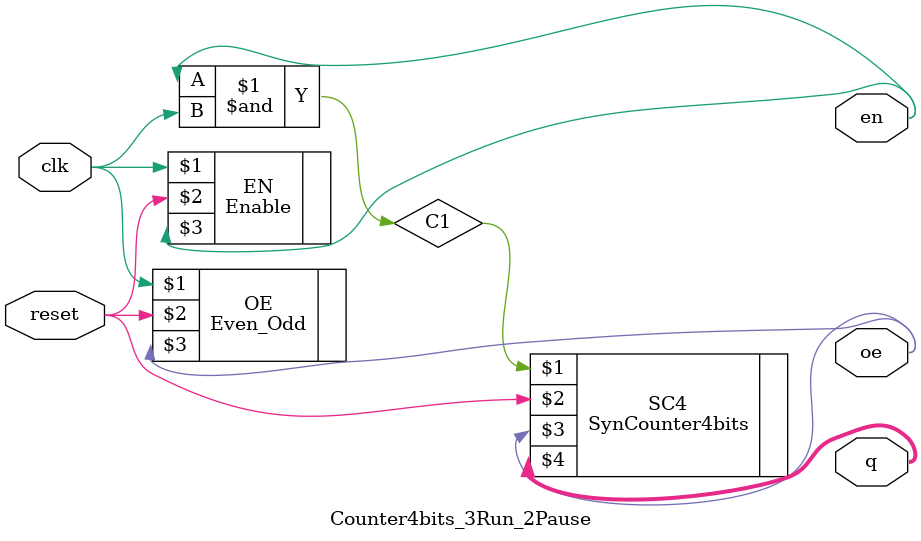
<source format=v>
`timescale 1ns / 1ps
module Counter4bits_3Run_2Pause( clk, reset, oe, en, q
    );
	input clk, reset;
	output oe, en;
	output [3:0] q;
	wire C1;
	Even_Odd OE (clk, reset, oe);
	Enable EN (clk, reset, en); 
	assign C1 = en & clk;
	SynCounter4bits SC4 (C1, reset, oe, q);

endmodule
</source>
